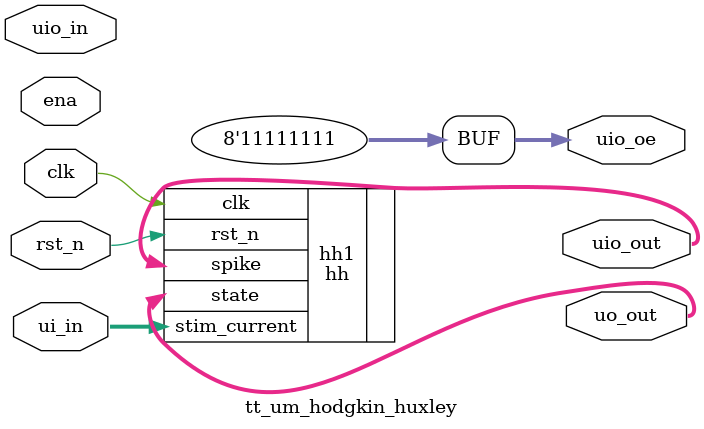
<source format=v>
`default_nettype none

module tt_um_hodgkin_huxley  (
    input  wire [7:0] ui_in,    // Dedicated inputs - connected to the input switches
    output wire [7:0] uo_out,   // Dedicated outputs - connected to the 7 segment display
    input  wire [7:0] uio_in,   // IOs: Bidirectional Input path
    output wire [7:0] uio_out,  // IOs: Bidirectional Output path
    output wire [7:0] uio_oe,   // IOs: Bidirectional Enable path (active high: 0=input, 1=output)
    input  wire       ena,      // will go high when the design is enabled
    input  wire       clk,      // clock
    input  wire       rst_n     // reset_n - low to reset
);

    // use bidirectionals as outputs
    assign uio_oe = 8'b11111111;



    // instantiate hh neuron
    hh hh1(.stim_current(ui_in), .clk(clk), .rst_n(rst_n), .state(uo_out), .spike(uio_out));

endmodule

</source>
